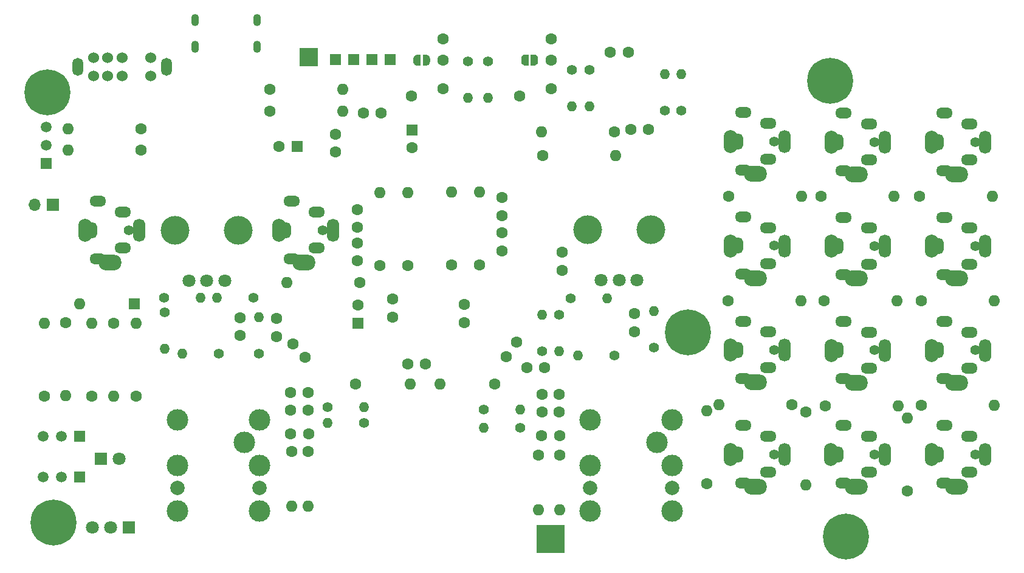
<source format=gbs>
G04 #@! TF.GenerationSoftware,KiCad,Pcbnew,9.0.1+1*
G04 #@! TF.CreationDate,2025-10-02T22:25:14+00:00*
G04 #@! TF.ProjectId,spider2,73706964-6572-4322-9e6b-696361645f70,rev?*
G04 #@! TF.SameCoordinates,Original*
G04 #@! TF.FileFunction,Soldermask,Bot*
G04 #@! TF.FilePolarity,Negative*
%FSLAX46Y46*%
G04 Gerber Fmt 4.6, Leading zero omitted, Abs format (unit mm)*
G04 Created by KiCad (PCBNEW 9.0.1+1) date 2025-10-02 22:25:14*
%MOMM*%
%LPD*%
G01*
G04 APERTURE LIST*
%ADD10C,1.400000*%
%ADD11O,1.400000X1.400000*%
%ADD12C,1.600000*%
%ADD13O,1.600000X1.600000*%
%ADD14R,1.600000X1.600000*%
%ADD15R,2.500000X2.500000*%
%ADD16O,2.300000X1.500000*%
%ADD17O,1.703200X3.203200*%
%ADD18O,1.903200X3.203200*%
%ADD19O,1.500000X2.300000*%
%ADD20O,3.203200X2.203200*%
%ADD21C,0.800000*%
%ADD22C,6.400000*%
%ADD23C,3.000000*%
%ADD24C,2.000000*%
%ADD25O,1.100000X1.700000*%
%ADD26R,1.500000X1.500000*%
%ADD27C,1.500000*%
%ADD28C,1.524000*%
%ADD29O,1.500000X2.500000*%
%ADD30C,4.000000*%
%ADD31C,1.800000*%
%ADD32R,1.700000X1.700000*%
%ADD33O,1.700000X1.700000*%
%ADD34R,1.800000X1.800000*%
%ADD35R,4.000000X4.000000*%
G04 APERTURE END LIST*
D10*
X225940000Y-73240000D03*
D11*
X225940000Y-68160000D03*
D12*
X262920000Y-52200000D03*
D13*
X273080000Y-52200000D03*
D12*
X219803450Y-32087766D03*
X222303450Y-32087766D03*
D10*
X214330000Y-66370000D03*
D11*
X219410000Y-66370000D03*
D10*
X227431600Y-40233600D03*
D11*
X227431600Y-35153600D03*
D12*
X187750000Y-61800000D03*
D13*
X187750000Y-51640000D03*
D10*
X220370000Y-74340000D03*
D11*
X215290000Y-74340000D03*
D12*
X263120000Y-81300000D03*
D13*
X273280000Y-81300000D03*
D12*
X177749200Y-87731600D03*
D13*
X177749200Y-95351600D03*
D14*
X192230000Y-42900000D03*
D12*
X192230000Y-45400000D03*
X204750000Y-52350000D03*
X204750000Y-54850000D03*
X204750000Y-59750000D03*
X204750000Y-57250000D03*
D14*
X153475000Y-67125000D03*
D13*
X145855000Y-67125000D03*
D12*
X154433450Y-45747766D03*
D13*
X144273450Y-45747766D03*
D10*
X202800000Y-33400000D03*
D11*
X202800000Y-38480000D03*
D12*
X208175000Y-76050000D03*
X210675000Y-76050000D03*
D15*
X177800000Y-32775000D03*
D16*
X238349112Y-92100000D03*
X241849112Y-90600000D03*
D10*
X242649112Y-88100000D03*
D17*
X244078391Y-88126253D03*
D18*
X236578391Y-88126253D03*
D19*
X237549112Y-88100000D03*
D16*
X238349112Y-84100000D03*
D20*
X240078391Y-92626253D03*
D16*
X241849112Y-85600000D03*
D21*
X248019532Y-36102461D03*
X248722476Y-34405405D03*
X248722476Y-37799517D03*
X250419532Y-33702461D03*
D22*
X250419532Y-36102461D03*
D21*
X250419532Y-38502461D03*
X252116588Y-34405405D03*
X252116588Y-37799517D03*
X252819532Y-36102461D03*
D10*
X157720000Y-68350000D03*
D11*
X157720000Y-73430000D03*
D12*
X199500000Y-69750000D03*
X199500000Y-67250000D03*
D10*
X216890600Y-34518600D03*
D11*
X216890600Y-39598600D03*
D12*
X196550000Y-33200000D03*
X196550000Y-30200000D03*
X192150000Y-38200000D03*
X196550000Y-37200000D03*
X212700000Y-82250000D03*
X212700000Y-79750000D03*
X175620000Y-72700000D03*
X177292827Y-74557862D03*
X175285400Y-85267800D03*
X177785400Y-85267800D03*
X191620000Y-61810000D03*
D13*
X191620000Y-51650000D03*
D12*
X261200000Y-93230000D03*
D13*
X261200000Y-83070000D03*
D12*
X249610000Y-66720000D03*
D13*
X259770000Y-66720000D03*
D23*
X226300000Y-86450000D03*
D24*
X228430000Y-92800000D03*
X217000000Y-92800000D03*
D23*
X217000000Y-96000000D03*
X228430000Y-89650000D03*
X217000000Y-89650000D03*
X228430000Y-96000000D03*
X228430000Y-83300000D03*
X217000000Y-83300000D03*
D12*
X184900000Y-64150000D03*
D13*
X174740000Y-64150000D03*
D23*
X168800000Y-86450000D03*
D24*
X170930000Y-92800000D03*
X159500000Y-92800000D03*
D23*
X159500000Y-96000000D03*
X170930000Y-89650000D03*
X159500000Y-89650000D03*
X170930000Y-96000000D03*
X170930000Y-83300000D03*
X159500000Y-83300000D03*
D12*
X147620000Y-79980000D03*
D13*
X147620000Y-69820000D03*
D12*
X249745000Y-81400000D03*
D13*
X259905000Y-81400000D03*
D10*
X185520000Y-83700000D03*
D11*
X180440000Y-83700000D03*
D12*
X249220000Y-52150000D03*
D13*
X259380000Y-52150000D03*
D25*
X170590000Y-31370000D03*
X170590000Y-27570000D03*
X161950000Y-31370000D03*
X161950000Y-27570000D03*
D12*
X203708000Y-78282800D03*
D13*
X196088000Y-78282800D03*
D12*
X201600000Y-61700000D03*
D13*
X201600000Y-51540000D03*
D10*
X229743000Y-40233600D03*
D11*
X229743000Y-35153600D03*
D12*
X236195000Y-66725000D03*
D13*
X246355000Y-66725000D03*
D14*
X176192380Y-45200000D03*
D12*
X173692380Y-45200000D03*
X191581400Y-75514200D03*
X194081400Y-75514200D03*
X143980000Y-69810000D03*
D13*
X143980000Y-79970000D03*
D12*
X181500000Y-43500000D03*
X181500000Y-46000000D03*
X247100000Y-82250000D03*
D13*
X247100000Y-92410000D03*
D10*
X210350000Y-73715000D03*
D11*
X210350000Y-68635000D03*
D16*
X238350000Y-63033333D03*
X241850000Y-61533333D03*
D10*
X242650000Y-59033333D03*
D17*
X244079279Y-59059586D03*
D18*
X236579279Y-59059586D03*
D19*
X237550000Y-59033333D03*
D16*
X238350000Y-55033333D03*
D20*
X240079279Y-63559586D03*
D16*
X241850000Y-56533333D03*
D26*
X145860000Y-85630000D03*
D27*
X143320000Y-85630000D03*
X140780000Y-85630000D03*
D12*
X173325000Y-69175000D03*
X173325000Y-71675000D03*
X175285400Y-81991200D03*
X175285400Y-79491200D03*
X210388200Y-46456600D03*
D13*
X220548200Y-46456600D03*
D26*
X189176000Y-33075000D03*
D16*
X238350000Y-77566666D03*
X241850000Y-76066666D03*
D10*
X242650000Y-73566666D03*
D17*
X244079279Y-73592919D03*
D18*
X236579279Y-73592919D03*
D19*
X237550000Y-73566666D03*
D16*
X238350000Y-69566666D03*
D20*
X240079279Y-78092919D03*
D16*
X241850000Y-71066666D03*
X175424065Y-60868249D03*
X178924065Y-59368249D03*
D10*
X179724065Y-56868249D03*
D17*
X181153344Y-56894502D03*
D18*
X173653344Y-56894502D03*
D19*
X174624065Y-56868249D03*
D16*
X175424065Y-52868249D03*
D20*
X177153344Y-61394502D03*
D16*
X178924065Y-54368249D03*
D21*
X228260142Y-71088261D03*
X228963086Y-69391205D03*
X228963086Y-72785317D03*
X230660142Y-68688261D03*
D22*
X230660142Y-71088261D03*
D21*
X230660142Y-73488261D03*
X232357198Y-69391205D03*
X232357198Y-72785317D03*
X233060142Y-71088261D03*
D12*
X154413450Y-42747766D03*
D13*
X144253450Y-42747766D03*
D16*
X266350000Y-48600000D03*
X269850000Y-47100000D03*
D10*
X270650000Y-44600000D03*
D17*
X272079279Y-44626253D03*
D18*
X264579279Y-44626253D03*
D19*
X265550000Y-44600000D03*
D16*
X266350000Y-40600000D03*
D20*
X268079279Y-49126253D03*
D16*
X269850000Y-42100000D03*
D12*
X184550000Y-56500000D03*
X184550000Y-54000000D03*
D28*
X147803450Y-32877766D03*
X149803450Y-32877766D03*
X151803450Y-32877766D03*
X155803450Y-32877766D03*
X147803450Y-35377766D03*
X149803450Y-35377766D03*
X151803450Y-35377766D03*
X155803450Y-35377766D03*
D29*
X157953450Y-34127766D03*
X145653450Y-34127766D03*
D26*
X181571000Y-33075000D03*
D10*
X202200000Y-81900000D03*
D11*
X207280000Y-81900000D03*
D30*
X159200000Y-56900000D03*
X168000000Y-56900000D03*
D31*
X166100000Y-63900000D03*
X163600000Y-63900000D03*
X161100000Y-63900000D03*
D12*
X206779532Y-72445529D03*
X205310069Y-74468071D03*
X189500000Y-69000000D03*
X189500000Y-66500000D03*
D26*
X184111000Y-33075000D03*
D12*
X172390000Y-37220000D03*
D13*
X182550000Y-37220000D03*
D12*
X175420000Y-87731600D03*
D13*
X175420000Y-95351600D03*
D26*
X186651000Y-33075000D03*
X145860000Y-91247766D03*
D27*
X143320000Y-91247766D03*
X140780000Y-91247766D03*
D12*
X150660000Y-69820000D03*
D13*
X150660000Y-79980000D03*
D16*
X266350000Y-77600000D03*
X269850000Y-76100000D03*
D10*
X270650000Y-73600000D03*
D17*
X272079279Y-73626253D03*
D18*
X264579279Y-73626253D03*
D19*
X265550000Y-73600000D03*
D16*
X266350000Y-69600000D03*
D20*
X268079279Y-78126253D03*
D16*
X269850000Y-71100000D03*
D10*
X157675000Y-66325000D03*
D11*
X162754999Y-66325000D03*
D32*
X142163450Y-53347766D03*
D33*
X139623450Y-53347766D03*
D12*
X187900000Y-40600000D03*
X185400000Y-40600000D03*
X172390000Y-40270000D03*
D13*
X182550000Y-40270000D03*
D21*
X250250000Y-99550000D03*
X250952944Y-97852944D03*
X250952944Y-101247056D03*
X252650000Y-97150000D03*
D22*
X252650000Y-99550000D03*
D21*
X252650000Y-101950000D03*
X254347056Y-97852944D03*
X254347056Y-101247056D03*
X255050000Y-99550000D03*
D12*
X209770000Y-88200000D03*
D13*
X209770000Y-95820000D03*
D12*
X236270000Y-52150000D03*
D13*
X246430000Y-52150000D03*
D10*
X214477600Y-34544000D03*
D11*
X214477600Y-39624000D03*
D12*
X211550000Y-33200000D03*
X211550000Y-30200000D03*
X207150000Y-38200000D03*
X211550000Y-37200000D03*
D16*
X266350000Y-63100000D03*
X269850000Y-61600000D03*
D10*
X270650000Y-59100000D03*
D17*
X272079279Y-59126253D03*
D18*
X264579279Y-59126253D03*
D19*
X265550000Y-59100000D03*
D16*
X266350000Y-55100000D03*
D20*
X268079279Y-63626253D03*
D16*
X269850000Y-56600000D03*
X238350000Y-48500000D03*
X241850000Y-47000000D03*
D10*
X242650000Y-44500000D03*
D17*
X244079279Y-44526253D03*
D18*
X236579279Y-44526253D03*
D19*
X237550000Y-44500000D03*
D16*
X238350000Y-40500000D03*
D20*
X240079279Y-49026253D03*
D16*
X241850000Y-42000000D03*
D12*
X263120000Y-66750000D03*
D13*
X273280000Y-66750000D03*
D12*
X233260000Y-92180000D03*
D13*
X233260000Y-82020000D03*
D16*
X252350000Y-63100000D03*
X255850000Y-61600000D03*
D10*
X256650000Y-59100000D03*
D17*
X258079279Y-59126253D03*
D18*
X250579279Y-59126253D03*
D19*
X251550000Y-59100000D03*
D16*
X252350000Y-55100000D03*
D20*
X254079279Y-63626253D03*
D16*
X255850000Y-56600000D03*
D10*
X170825000Y-74125000D03*
D11*
X170825000Y-69045000D03*
D16*
X252350000Y-77600000D03*
X255850000Y-76100000D03*
D10*
X256650000Y-73600000D03*
D17*
X258079279Y-73626253D03*
D18*
X250579279Y-73626253D03*
D19*
X251550000Y-73600000D03*
D16*
X252350000Y-69600000D03*
D20*
X254079279Y-78126253D03*
D16*
X255850000Y-71100000D03*
X252350000Y-48600000D03*
X255850000Y-47100000D03*
D10*
X256650000Y-44600000D03*
D17*
X258079279Y-44626253D03*
D18*
X250579279Y-44626253D03*
D19*
X251550000Y-44600000D03*
D16*
X252350000Y-40600000D03*
D20*
X254079279Y-49126253D03*
D16*
X255850000Y-42100000D03*
D10*
X212675000Y-68670000D03*
D11*
X212675000Y-73750000D03*
D10*
X170125000Y-66300000D03*
D11*
X165045000Y-66300000D03*
D12*
X225176400Y-42849800D03*
X222676400Y-42849800D03*
X184550000Y-58650000D03*
X184550000Y-61150000D03*
D16*
X148415198Y-60869712D03*
X151915198Y-59369712D03*
D10*
X152715198Y-56869712D03*
D17*
X154144477Y-56895965D03*
D18*
X146644477Y-56895965D03*
D19*
X147615198Y-56869712D03*
D16*
X148415198Y-52869712D03*
D20*
X150144477Y-61395965D03*
D16*
X151915198Y-54369712D03*
D12*
X168249600Y-71588000D03*
X168249600Y-69088000D03*
D10*
X165270000Y-74100000D03*
D11*
X160190000Y-74100000D03*
D16*
X252349112Y-92100000D03*
X255849112Y-90600000D03*
D10*
X256649112Y-88100000D03*
D17*
X258078391Y-88126253D03*
D18*
X250578391Y-88126253D03*
D19*
X251549112Y-88100000D03*
D16*
X252349112Y-84100000D03*
D20*
X254078391Y-92626253D03*
D16*
X255849112Y-85600000D03*
X266350000Y-92100000D03*
X269850000Y-90600000D03*
D10*
X270650000Y-88100000D03*
D17*
X272079279Y-88126253D03*
D18*
X264579279Y-88126253D03*
D19*
X265550000Y-88100000D03*
D16*
X266350000Y-84100000D03*
D20*
X268079279Y-92626253D03*
D16*
X269850000Y-85600000D03*
D12*
X177698400Y-81991200D03*
X177698400Y-79491200D03*
X153730000Y-79980000D03*
D13*
X153730000Y-69820000D03*
D12*
X184300000Y-78300000D03*
D13*
X191920000Y-78300000D03*
D34*
X148875000Y-88725000D03*
D31*
X151415000Y-88725000D03*
D10*
X200000000Y-33400000D03*
D11*
X200000000Y-38480000D03*
D10*
X207280000Y-84425000D03*
D11*
X202200000Y-84425000D03*
D12*
X220395800Y-43180000D03*
D13*
X210235800Y-43180000D03*
D12*
X210290000Y-82226600D03*
X210290000Y-79726600D03*
D30*
X216650000Y-56800000D03*
X225450000Y-56800000D03*
D31*
X223550000Y-63800000D03*
X221050000Y-63800000D03*
X218550000Y-63800000D03*
D12*
X197735200Y-61700000D03*
D13*
X197735200Y-51540000D03*
D12*
X212775000Y-88200000D03*
D13*
X212775000Y-95820000D03*
D12*
X213080600Y-59984000D03*
X213080600Y-62484000D03*
X245080000Y-81225000D03*
D13*
X234920000Y-81225000D03*
D34*
X152742934Y-98294059D03*
D31*
X150202934Y-98294059D03*
X147662934Y-98294059D03*
D10*
X180460000Y-81500000D03*
D11*
X185540000Y-81500000D03*
D21*
X139840000Y-97590000D03*
X140542944Y-95892944D03*
X140542944Y-99287056D03*
X142240000Y-95190000D03*
D22*
X142240000Y-97590000D03*
D21*
X142240000Y-99990000D03*
X143937056Y-95892944D03*
X143937056Y-99287056D03*
X144640000Y-97590000D03*
D12*
X140970000Y-79980000D03*
D13*
X140970000Y-69820000D03*
D12*
X223200000Y-71000000D03*
X223200000Y-68500000D03*
X210250000Y-85500000D03*
X212750000Y-85500000D03*
D14*
X184650000Y-69850000D03*
D12*
X184650000Y-67350000D03*
D21*
X138994600Y-37691600D03*
X139697544Y-35994544D03*
X139697544Y-39388656D03*
X141394600Y-35291600D03*
D22*
X141394600Y-37691600D03*
D21*
X141394600Y-40091600D03*
X143091656Y-35994544D03*
X143091656Y-39388656D03*
X143794600Y-37691600D03*
D26*
X141200000Y-47600000D03*
D27*
X141200000Y-45060000D03*
X141200000Y-42520000D03*
D35*
X211531200Y-99923600D03*
G36*
X208430000Y-33920000D02*
G01*
X207930000Y-33920000D01*
X207930000Y-33915722D01*
X207864737Y-33915722D01*
X207738658Y-33881940D01*
X207625619Y-33816677D01*
X207533323Y-33724381D01*
X207468060Y-33611342D01*
X207434278Y-33485263D01*
X207434278Y-33420000D01*
X207430000Y-33420000D01*
X207430000Y-32920000D01*
X207434278Y-32920000D01*
X207434278Y-32854737D01*
X207468060Y-32728658D01*
X207533323Y-32615619D01*
X207625619Y-32523323D01*
X207738658Y-32458060D01*
X207864737Y-32424278D01*
X207930000Y-32424278D01*
X207930000Y-32420000D01*
X208430000Y-32420000D01*
X208430000Y-33920000D01*
G37*
G36*
X209230000Y-32424278D02*
G01*
X209295263Y-32424278D01*
X209421342Y-32458060D01*
X209534381Y-32523323D01*
X209626677Y-32615619D01*
X209691940Y-32728658D01*
X209725722Y-32854737D01*
X209725722Y-32920000D01*
X209730000Y-32920000D01*
X209730000Y-33420000D01*
X209725722Y-33420000D01*
X209725722Y-33485263D01*
X209691940Y-33611342D01*
X209626677Y-33724381D01*
X209534381Y-33816677D01*
X209421342Y-33881940D01*
X209295263Y-33915722D01*
X209230000Y-33915722D01*
X209230000Y-33920000D01*
X208730000Y-33920000D01*
X208730000Y-32420000D01*
X209230000Y-32420000D01*
X209230000Y-32424278D01*
G37*
G36*
X193400000Y-33940000D02*
G01*
X192900000Y-33940000D01*
X192900000Y-33935722D01*
X192834737Y-33935722D01*
X192708658Y-33901940D01*
X192595619Y-33836677D01*
X192503323Y-33744381D01*
X192438060Y-33631342D01*
X192404278Y-33505263D01*
X192404278Y-33440000D01*
X192400000Y-33440000D01*
X192400000Y-32940000D01*
X192404278Y-32940000D01*
X192404278Y-32874737D01*
X192438060Y-32748658D01*
X192503323Y-32635619D01*
X192595619Y-32543323D01*
X192708658Y-32478060D01*
X192834737Y-32444278D01*
X192900000Y-32444278D01*
X192900000Y-32440000D01*
X193400000Y-32440000D01*
X193400000Y-33940000D01*
G37*
G36*
X194200000Y-32444278D02*
G01*
X194265263Y-32444278D01*
X194391342Y-32478060D01*
X194504381Y-32543323D01*
X194596677Y-32635619D01*
X194661940Y-32748658D01*
X194695722Y-32874737D01*
X194695722Y-32940000D01*
X194700000Y-32940000D01*
X194700000Y-33440000D01*
X194695722Y-33440000D01*
X194695722Y-33505263D01*
X194661940Y-33631342D01*
X194596677Y-33744381D01*
X194504381Y-33836677D01*
X194391342Y-33901940D01*
X194265263Y-33935722D01*
X194200000Y-33935722D01*
X194200000Y-33940000D01*
X193700000Y-33940000D01*
X193700000Y-32440000D01*
X194200000Y-32440000D01*
X194200000Y-32444278D01*
G37*
M02*

</source>
